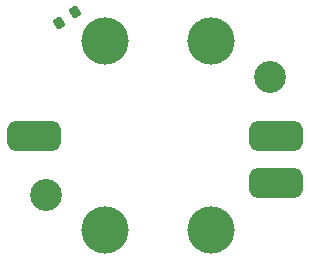
<source format=gbr>
%TF.GenerationSoftware,KiCad,Pcbnew,(6.0.4)*%
%TF.CreationDate,2022-05-31T22:59:13-07:00*%
%TF.ProjectId,VP_SPEAKER_ADAPTER,56505f53-5045-4414-9b45-525f41444150,rev?*%
%TF.SameCoordinates,Original*%
%TF.FileFunction,Soldermask,Top*%
%TF.FilePolarity,Negative*%
%FSLAX46Y46*%
G04 Gerber Fmt 4.6, Leading zero omitted, Abs format (unit mm)*
G04 Created by KiCad (PCBNEW (6.0.4)) date 2022-05-31 22:59:13*
%MOMM*%
%LPD*%
G01*
G04 APERTURE LIST*
G04 Aperture macros list*
%AMRoundRect*
0 Rectangle with rounded corners*
0 $1 Rounding radius*
0 $2 $3 $4 $5 $6 $7 $8 $9 X,Y pos of 4 corners*
0 Add a 4 corners polygon primitive as box body*
4,1,4,$2,$3,$4,$5,$6,$7,$8,$9,$2,$3,0*
0 Add four circle primitives for the rounded corners*
1,1,$1+$1,$2,$3*
1,1,$1+$1,$4,$5*
1,1,$1+$1,$6,$7*
1,1,$1+$1,$8,$9*
0 Add four rect primitives between the rounded corners*
20,1,$1+$1,$2,$3,$4,$5,0*
20,1,$1+$1,$4,$5,$6,$7,0*
20,1,$1+$1,$6,$7,$8,$9,0*
20,1,$1+$1,$8,$9,$2,$3,0*%
G04 Aperture macros list end*
%ADD10C,2.700000*%
%ADD11RoundRect,0.200000X-0.006097X-0.339982X0.321564X-0.110552X0.006097X0.339982X-0.321564X0.110552X0*%
%ADD12RoundRect,0.625000X1.625000X0.625000X-1.625000X0.625000X-1.625000X-0.625000X1.625000X-0.625000X0*%
%ADD13C,4.000000*%
G04 APERTURE END LIST*
D10*
%TO.C,H1*%
X179516433Y-95000000D03*
%TD*%
D11*
%TO.C,R1*%
X161624200Y-90473201D03*
X162975800Y-89526799D03*
%TD*%
D12*
%TO.C,J11*%
X159500000Y-100000000D03*
%TD*%
D13*
%TO.C,J1*%
X174500000Y-108000000D03*
%TD*%
%TO.C,J4*%
X174500000Y-92000000D03*
%TD*%
%TO.C,J3*%
X165500000Y-92000000D03*
%TD*%
D12*
%TO.C,J5*%
X180000000Y-104000000D03*
X180000000Y-100000000D03*
%TD*%
D10*
%TO.C,H2*%
X160483567Y-105000000D03*
%TD*%
D13*
%TO.C,J2*%
X165500000Y-108000000D03*
%TD*%
M02*

</source>
